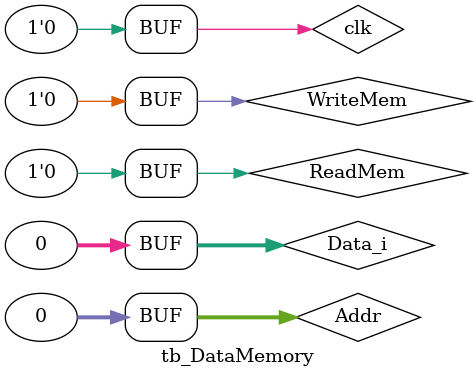
<source format=v>
`timescale 1ns / 1ps


module tb_DataMemory;

	// Inputs
	reg clk;
	reg ReadMem;
	reg WriteMem;
	reg [31:0] Addr;
	reg [31:0] Data_i;

	// Outputs
	wire [31:0] Data;
	wire [31:0] TestPort;

	// Instantiate the Unit Under Test (UUT)
	DataMemory uut (
		.clk(clk), 
		.ReadMem(ReadMem), 
		.WriteMem(WriteMem), 
		.Addr(Addr), 
		.Data_i(Data_i), 
		.Data(Data), 
		.TestPort(TestPort)
	);

	initial begin
		// Initialize Inputs
		clk = 0;
		ReadMem = 0;
		WriteMem = 0;
		Addr = 0;
		Data_i = 0;

		// Wait 100 ns for global reset to finish
		#100;
        
		// Add stimulus here

	end
      
endmodule


</source>
